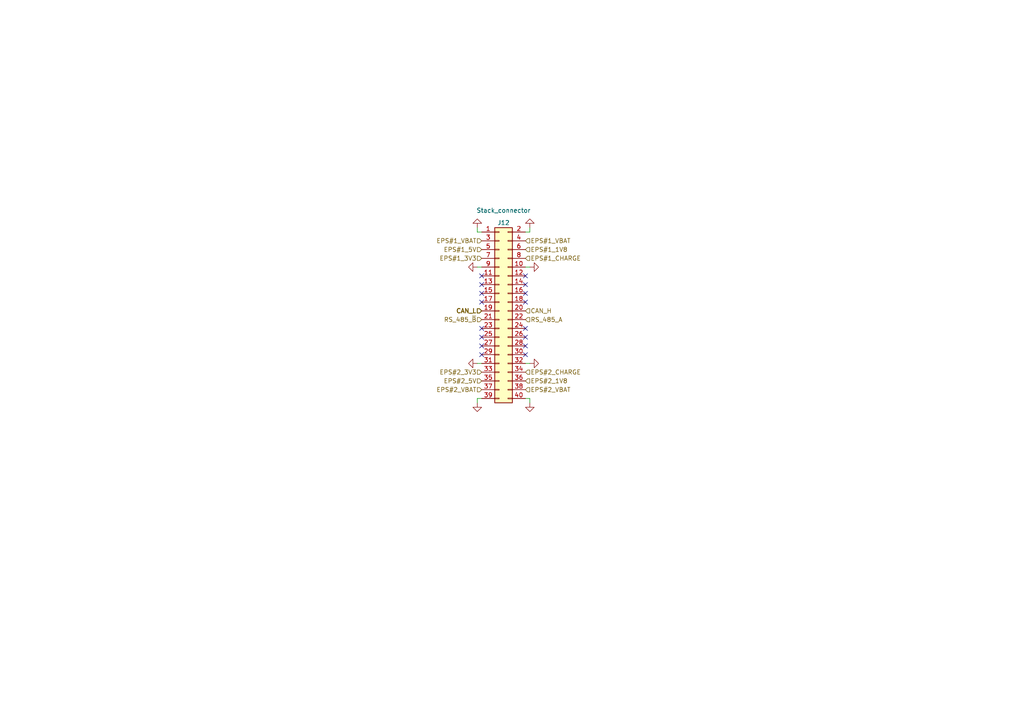
<source format=kicad_sch>
(kicad_sch (version 20210621) (generator eeschema)
  (paper "A4")
  (title_block (title "BUTCube - EPS") (date "2021-06-01") (rev "v1.0") (company "VUT - FIT(STRaDe) & FME(IAE & IPE)") (comment 1 "Author: Petr Malaník"))
  (lib_symbols
    (symbol "Connector_Generic:Conn_02x20_Odd_Even" (pin_names (offset 1.016) hide)
      (property "Reference" "J" (at 1.27 25.4 0))
      (property "Value" "Conn_02x20_Odd_Even" (at 1.27 -27.94 0))
      (symbol "Conn_02x20_Odd_Even_1_1"
        (rectangle (start -1.27 -25.273) (end 0 -25.527) (stroke (width 0.1524)))
        (rectangle (start -1.27 -22.733) (end 0 -22.987) (stroke (width 0.1524)))
        (rectangle (start -1.27 -20.193) (end 0 -20.447) (stroke (width 0.1524)))
        (rectangle (start -1.27 -17.653) (end 0 -17.907) (stroke (width 0.1524)))
        (rectangle (start -1.27 -15.113) (end 0 -15.367) (stroke (width 0.1524)))
        (rectangle (start -1.27 -12.573) (end 0 -12.827) (stroke (width 0.1524)))
        (rectangle (start -1.27 -10.033) (end 0 -10.287) (stroke (width 0.1524)))
        (rectangle (start -1.27 -7.493) (end 0 -7.747) (stroke (width 0.1524)))
        (rectangle (start -1.27 -4.953) (end 0 -5.207) (stroke (width 0.1524)))
        (rectangle (start -1.27 -2.413) (end 0 -2.667) (stroke (width 0.1524)))
        (rectangle (start -1.27 0.127) (end 0 -0.127) (stroke (width 0.1524)))
        (rectangle (start -1.27 2.667) (end 0 2.413) (stroke (width 0.1524)))
        (rectangle (start -1.27 5.207) (end 0 4.953) (stroke (width 0.1524)))
        (rectangle (start -1.27 7.747) (end 0 7.493) (stroke (width 0.1524)))
        (rectangle (start -1.27 10.287) (end 0 10.033) (stroke (width 0.1524)))
        (rectangle (start -1.27 12.827) (end 0 12.573) (stroke (width 0.1524)))
        (rectangle (start -1.27 15.367) (end 0 15.113) (stroke (width 0.1524)))
        (rectangle (start -1.27 17.907) (end 0 17.653) (stroke (width 0.1524)))
        (rectangle (start -1.27 20.447) (end 0 20.193) (stroke (width 0.1524)))
        (rectangle (start -1.27 22.987) (end 0 22.733) (stroke (width 0.1524)))
        (rectangle (start 3.81 -25.273) (end 2.54 -25.527) (stroke (width 0.1524)))
        (rectangle (start 3.81 -22.733) (end 2.54 -22.987) (stroke (width 0.1524)))
        (rectangle (start 3.81 -20.193) (end 2.54 -20.447) (stroke (width 0.1524)))
        (rectangle (start 3.81 -17.653) (end 2.54 -17.907) (stroke (width 0.1524)))
        (rectangle (start 3.81 -15.113) (end 2.54 -15.367) (stroke (width 0.1524)))
        (rectangle (start 3.81 -12.573) (end 2.54 -12.827) (stroke (width 0.1524)))
        (rectangle (start 3.81 -10.033) (end 2.54 -10.287) (stroke (width 0.1524)))
        (rectangle (start 3.81 -7.493) (end 2.54 -7.747) (stroke (width 0.1524)))
        (rectangle (start 3.81 -4.953) (end 2.54 -5.207) (stroke (width 0.1524)))
        (rectangle (start 3.81 -2.413) (end 2.54 -2.667) (stroke (width 0.1524)))
        (rectangle (start 3.81 0.127) (end 2.54 -0.127) (stroke (width 0.1524)))
        (rectangle (start 3.81 2.667) (end 2.54 2.413) (stroke (width 0.1524)))
        (rectangle (start 3.81 5.207) (end 2.54 4.953) (stroke (width 0.1524)))
        (rectangle (start 3.81 7.747) (end 2.54 7.493) (stroke (width 0.1524)))
        (rectangle (start 3.81 10.287) (end 2.54 10.033) (stroke (width 0.1524)))
        (rectangle (start 3.81 12.827) (end 2.54 12.573) (stroke (width 0.1524)))
        (rectangle (start 3.81 15.367) (end 2.54 15.113) (stroke (width 0.1524)))
        (rectangle (start 3.81 17.907) (end 2.54 17.653) (stroke (width 0.1524)))
        (rectangle (start 3.81 20.447) (end 2.54 20.193) (stroke (width 0.1524)))
        (rectangle (start 3.81 22.987) (end 2.54 22.733) (stroke (width 0.1524)))
        (rectangle (start -1.27 24.13) (end 3.81 -26.67) (stroke (width 0.254)) (fill (type background)))
        (pin passive line (at -5.08 22.86 0) (length 3.81) (name "Pin_1") (number "1"))
        (pin passive line (at 7.62 12.7 180) (length 3.81) (name "Pin_10") (number "10"))
        (pin passive line (at -5.08 10.16 0) (length 3.81) (name "Pin_11") (number "11"))
        (pin passive line (at 7.62 10.16 180) (length 3.81) (name "Pin_12") (number "12"))
        (pin passive line (at -5.08 7.62 0) (length 3.81) (name "Pin_13") (number "13"))
        (pin passive line (at 7.62 7.62 180) (length 3.81) (name "Pin_14") (number "14"))
        (pin passive line (at -5.08 5.08 0) (length 3.81) (name "Pin_15") (number "15"))
        (pin passive line (at 7.62 5.08 180) (length 3.81) (name "Pin_16") (number "16"))
        (pin passive line (at -5.08 2.54 0) (length 3.81) (name "Pin_17") (number "17"))
        (pin passive line (at 7.62 2.54 180) (length 3.81) (name "Pin_18") (number "18"))
        (pin passive line (at -5.08 0 0) (length 3.81) (name "Pin_19") (number "19"))
        (pin passive line (at 7.62 22.86 180) (length 3.81) (name "Pin_2") (number "2"))
        (pin passive line (at 7.62 0 180) (length 3.81) (name "Pin_20") (number "20"))
        (pin passive line (at -5.08 -2.54 0) (length 3.81) (name "Pin_21") (number "21"))
        (pin passive line (at 7.62 -2.54 180) (length 3.81) (name "Pin_22") (number "22"))
        (pin passive line (at -5.08 -5.08 0) (length 3.81) (name "Pin_23") (number "23"))
        (pin passive line (at 7.62 -5.08 180) (length 3.81) (name "Pin_24") (number "24"))
        (pin passive line (at -5.08 -7.62 0) (length 3.81) (name "Pin_25") (number "25"))
        (pin passive line (at 7.62 -7.62 180) (length 3.81) (name "Pin_26") (number "26"))
        (pin passive line (at -5.08 -10.16 0) (length 3.81) (name "Pin_27") (number "27"))
        (pin passive line (at 7.62 -10.16 180) (length 3.81) (name "Pin_28") (number "28"))
        (pin passive line (at -5.08 -12.7 0) (length 3.81) (name "Pin_29") (number "29"))
        (pin passive line (at -5.08 20.32 0) (length 3.81) (name "Pin_3") (number "3"))
        (pin passive line (at 7.62 -12.7 180) (length 3.81) (name "Pin_30") (number "30"))
        (pin passive line (at -5.08 -15.24 0) (length 3.81) (name "Pin_31") (number "31"))
        (pin passive line (at 7.62 -15.24 180) (length 3.81) (name "Pin_32") (number "32"))
        (pin passive line (at -5.08 -17.78 0) (length 3.81) (name "Pin_33") (number "33"))
        (pin passive line (at 7.62 -17.78 180) (length 3.81) (name "Pin_34") (number "34"))
        (pin passive line (at -5.08 -20.32 0) (length 3.81) (name "Pin_35") (number "35"))
        (pin passive line (at 7.62 -20.32 180) (length 3.81) (name "Pin_36") (number "36"))
        (pin passive line (at -5.08 -22.86 0) (length 3.81) (name "Pin_37") (number "37"))
        (pin passive line (at 7.62 -22.86 180) (length 3.81) (name "Pin_38") (number "38"))
        (pin passive line (at -5.08 -25.4 0) (length 3.81) (name "Pin_39") (number "39"))
        (pin passive line (at 7.62 20.32 180) (length 3.81) (name "Pin_4") (number "4"))
        (pin passive line (at 7.62 -25.4 180) (length 3.81) (name "Pin_40") (number "40"))
        (pin passive line (at -5.08 17.78 0) (length 3.81) (name "Pin_5") (number "5"))
        (pin passive line (at 7.62 17.78 180) (length 3.81) (name "Pin_6") (number "6"))
        (pin passive line (at -5.08 15.24 0) (length 3.81) (name "Pin_7") (number "7"))
        (pin passive line (at 7.62 15.24 180) (length 3.81) (name "Pin_8") (number "8"))
        (pin passive line (at -5.08 12.7 0) (length 3.81) (name "Pin_9") (number "9"))
      )
    )
    (symbol "power:GND" (power) (pin_names (offset 0))
      (property "Value" "GND" (at 0 -3.81 0))
      (symbol "GND_0_1"
        (polyline (pts (xy 0 0) (xy 0 -1.27) (xy 1.27 -1.27) (xy 0 -2.54) (xy -1.27 -1.27) (xy 0 -1.27)))
      )
      (symbol "GND_1_1"
        (pin power_in line (at 0 0 270) (length 0) hide (name "GND") (number "1"))
      )
    )
  )
  (no_connect (at 139.7 80.01))
  (no_connect (at 139.7 82.55))
  (no_connect (at 139.7 85.09))
  (no_connect (at 139.7 87.63))
  (no_connect (at 139.7 95.25))
  (no_connect (at 139.7 97.79))
  (no_connect (at 139.7 100.33))
  (no_connect (at 139.7 102.87))
  (no_connect (at 152.4 80.01))
  (no_connect (at 152.4 82.55))
  (no_connect (at 152.4 85.09))
  (no_connect (at 152.4 87.63))
  (no_connect (at 152.4 95.25))
  (no_connect (at 152.4 97.79))
  (no_connect (at 152.4 100.33))
  (no_connect (at 152.4 102.87))
  (wire (pts (xy 138.43 66.04) (xy 138.43 67.31)))
  (wire (pts (xy 138.43 67.31) (xy 139.7 67.31)))
  (wire (pts (xy 138.43 115.57) (xy 139.7 115.57)))
  (wire (pts (xy 138.43 116.84) (xy 138.43 115.57)))
  (wire (pts (xy 139.7 77.47) (xy 138.43 77.47)))
  (wire (pts (xy 139.7 105.41) (xy 138.43 105.41)))
  (wire (pts (xy 152.4 67.31) (xy 153.67 67.31)))
  (wire (pts (xy 152.4 77.47) (xy 153.67 77.47)))
  (wire (pts (xy 152.4 105.41) (xy 153.67 105.41)))
  (wire (pts (xy 152.4 115.57) (xy 153.67 115.57)))
  (wire (pts (xy 153.67 67.31) (xy 153.67 66.04)))
  (wire (pts (xy 153.67 115.57) (xy 153.67 116.84)))
  (hierarchical_label "EPS#1_VBAT" (shape input) (at 139.7 69.85 180))
  (hierarchical_label "EPS#1_5V" (shape input) (at 139.7 72.39 180))
  (hierarchical_label "EPS#1_3V3" (shape input) (at 139.7 74.93 180))
  (hierarchical_label "CAN_L" (shape input) (at 139.7 90.17 180) (effects (font (thickness 0.254))))
  (hierarchical_label "RS_485_~{B}" (shape input) (at 139.7 92.71 180))
  (hierarchical_label "EPS#2_3V3" (shape input) (at 139.7 107.95 180))
  (hierarchical_label "EPS#2_5V" (shape input) (at 139.7 110.49 180))
  (hierarchical_label "EPS#2_VBAT" (shape input) (at 139.7 113.03 180))
  (hierarchical_label "EPS#1_VBAT" (shape input) (at 152.4 69.85 0))
  (hierarchical_label "EPS#1_1V8" (shape input) (at 152.4 72.39 0))
  (hierarchical_label "EPS#1_CHARGE" (shape input) (at 152.4 74.93 0))
  (hierarchical_label "CAN_H" (shape input) (at 152.4 90.17 0))
  (hierarchical_label "RS_485_A" (shape input) (at 152.4 92.71 0))
  (hierarchical_label "EPS#2_CHARGE" (shape input) (at 152.4 107.95 0))
  (hierarchical_label "EPS#2_1V8" (shape input) (at 152.4 110.49 0))
  (hierarchical_label "EPS#2_VBAT" (shape input) (at 152.4 113.03 0))
  (symbol (lib_id "power:GND") (at 138.43 66.04 180) (unit 1)
    (property "Reference" "#PWR095" (effects hide))
    (property "Value" "GND" (effects hide))
  )
  (symbol (lib_id "power:GND") (at 138.43 77.47 270) (unit 1)
    (property "Reference" "#PWR096" (effects hide))
    (property "Value" "GND" (effects hide))
  )
  (symbol (lib_id "power:GND") (at 138.43 105.41 270) (unit 1)
    (property "Reference" "#PWR097" (effects hide))
    (property "Value" "GND" (effects hide))
  )
  (symbol (lib_id "power:GND") (at 138.43 116.84 0) (unit 1)
    (property "Reference" "#PWR098" (effects hide))
    (property "Value" "GND" (effects hide))
  )
  (symbol (lib_id "power:GND") (at 153.67 66.04 180) (unit 1)
    (property "Reference" "#PWR099" (effects hide))
    (property "Value" "GND" (effects hide))
  )
  (symbol (lib_id "power:GND") (at 153.67 77.47 90) (unit 1)
    (property "Reference" "#PWR0100" (effects hide))
    (property "Value" "GND" (effects hide))
  )
  (symbol (lib_id "power:GND") (at 153.67 105.41 90) (unit 1)
    (property "Reference" "#PWR0101" (effects hide))
    (property "Value" "GND" (effects hide))
  )
  (symbol (lib_id "power:GND") (at 153.67 116.84 0) (unit 1)
    (property "Reference" "#PWR0102" (effects hide))
    (property "Value" "GND" (effects hide))
  )
  (symbol (lib_id "Connector_Generic:Conn_02x20_Odd_Even") (at 144.78 90.17 0) (unit 1)
    (property "Reference" "J12" (at 146.05 64.6134 0))
    (property "Value" "Stack_connector" (at 146.05 61.0385 0))
    (property "Footprint" "Connector_PinSocket_2.54mm:PinSocket_2x20_P2.54mm_Vertical" (effects hide))
  )
)
</source>
